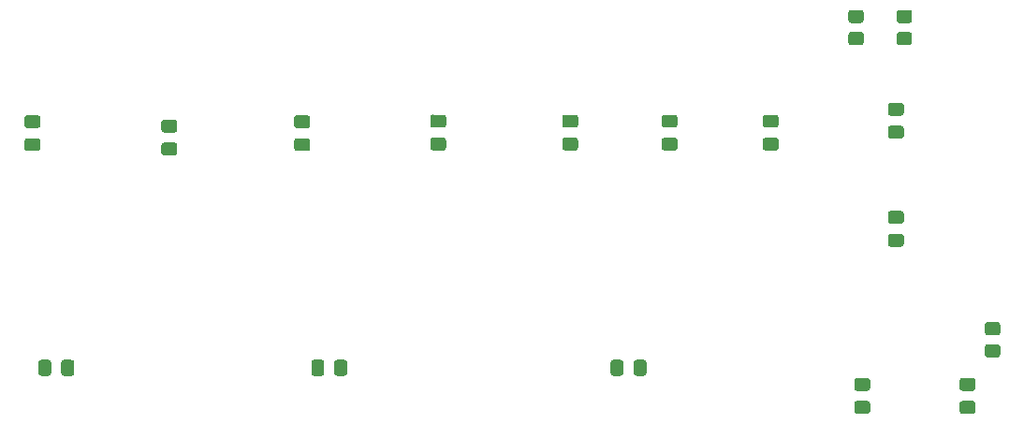
<source format=gbp>
G04 #@! TF.GenerationSoftware,KiCad,Pcbnew,(5.1.12-1-10_14)*
G04 #@! TF.CreationDate,2023-11-15T20:51:55-07:00*
G04 #@! TF.ProjectId,GenMemBlock,47656e4d-656d-4426-9c6f-636b2e6b6963,rev?*
G04 #@! TF.SameCoordinates,Original*
G04 #@! TF.FileFunction,Paste,Bot*
G04 #@! TF.FilePolarity,Positive*
%FSLAX46Y46*%
G04 Gerber Fmt 4.6, Leading zero omitted, Abs format (unit mm)*
G04 Created by KiCad (PCBNEW (5.1.12-1-10_14)) date 2023-11-15 20:51:55*
%MOMM*%
%LPD*%
G01*
G04 APERTURE LIST*
G04 APERTURE END LIST*
G36*
G01*
X115349000Y-84016000D02*
X116299000Y-84016000D01*
G75*
G02*
X116549000Y-84266000I0J-250000D01*
G01*
X116549000Y-84941000D01*
G75*
G02*
X116299000Y-85191000I-250000J0D01*
G01*
X115349000Y-85191000D01*
G75*
G02*
X115099000Y-84941000I0J250000D01*
G01*
X115099000Y-84266000D01*
G75*
G02*
X115349000Y-84016000I250000J0D01*
G01*
G37*
G36*
G01*
X115349000Y-81941000D02*
X116299000Y-81941000D01*
G75*
G02*
X116549000Y-82191000I0J-250000D01*
G01*
X116549000Y-82866000D01*
G75*
G02*
X116299000Y-83116000I-250000J0D01*
G01*
X115349000Y-83116000D01*
G75*
G02*
X115099000Y-82866000I0J250000D01*
G01*
X115099000Y-82191000D01*
G75*
G02*
X115349000Y-81941000I250000J0D01*
G01*
G37*
G36*
G01*
X121826000Y-108908000D02*
X122776000Y-108908000D01*
G75*
G02*
X123026000Y-109158000I0J-250000D01*
G01*
X123026000Y-109833000D01*
G75*
G02*
X122776000Y-110083000I-250000J0D01*
G01*
X121826000Y-110083000D01*
G75*
G02*
X121576000Y-109833000I0J250000D01*
G01*
X121576000Y-109158000D01*
G75*
G02*
X121826000Y-108908000I250000J0D01*
G01*
G37*
G36*
G01*
X121826000Y-106833000D02*
X122776000Y-106833000D01*
G75*
G02*
X123026000Y-107083000I0J-250000D01*
G01*
X123026000Y-107758000D01*
G75*
G02*
X122776000Y-108008000I-250000J0D01*
G01*
X121826000Y-108008000D01*
G75*
G02*
X121576000Y-107758000I0J250000D01*
G01*
X121576000Y-107083000D01*
G75*
G02*
X121826000Y-106833000I250000J0D01*
G01*
G37*
G36*
G01*
X115349000Y-93795000D02*
X116299000Y-93795000D01*
G75*
G02*
X116549000Y-94045000I0J-250000D01*
G01*
X116549000Y-94720000D01*
G75*
G02*
X116299000Y-94970000I-250000J0D01*
G01*
X115349000Y-94970000D01*
G75*
G02*
X115099000Y-94720000I0J250000D01*
G01*
X115099000Y-94045000D01*
G75*
G02*
X115349000Y-93795000I250000J0D01*
G01*
G37*
G36*
G01*
X115349000Y-91720000D02*
X116299000Y-91720000D01*
G75*
G02*
X116549000Y-91970000I0J-250000D01*
G01*
X116549000Y-92645000D01*
G75*
G02*
X116299000Y-92895000I-250000J0D01*
G01*
X115349000Y-92895000D01*
G75*
G02*
X115099000Y-92645000I0J250000D01*
G01*
X115099000Y-91970000D01*
G75*
G02*
X115349000Y-91720000I250000J0D01*
G01*
G37*
G36*
G01*
X112301000Y-108908000D02*
X113251000Y-108908000D01*
G75*
G02*
X113501000Y-109158000I0J-250000D01*
G01*
X113501000Y-109833000D01*
G75*
G02*
X113251000Y-110083000I-250000J0D01*
G01*
X112301000Y-110083000D01*
G75*
G02*
X112051000Y-109833000I0J250000D01*
G01*
X112051000Y-109158000D01*
G75*
G02*
X112301000Y-108908000I250000J0D01*
G01*
G37*
G36*
G01*
X112301000Y-106833000D02*
X113251000Y-106833000D01*
G75*
G02*
X113501000Y-107083000I0J-250000D01*
G01*
X113501000Y-107758000D01*
G75*
G02*
X113251000Y-108008000I-250000J0D01*
G01*
X112301000Y-108008000D01*
G75*
G02*
X112051000Y-107758000I0J250000D01*
G01*
X112051000Y-107083000D01*
G75*
G02*
X112301000Y-106833000I250000J0D01*
G01*
G37*
G36*
G01*
X124111599Y-103778000D02*
X125011601Y-103778000D01*
G75*
G02*
X125261600Y-104027999I0J-249999D01*
G01*
X125261600Y-104728001D01*
G75*
G02*
X125011601Y-104978000I-249999J0D01*
G01*
X124111599Y-104978000D01*
G75*
G02*
X123861600Y-104728001I0J249999D01*
G01*
X123861600Y-104027999D01*
G75*
G02*
X124111599Y-103778000I249999J0D01*
G01*
G37*
G36*
G01*
X124111599Y-101778000D02*
X125011601Y-101778000D01*
G75*
G02*
X125261600Y-102027999I0J-249999D01*
G01*
X125261600Y-102728001D01*
G75*
G02*
X125011601Y-102978000I-249999J0D01*
G01*
X124111599Y-102978000D01*
G75*
G02*
X123861600Y-102728001I0J249999D01*
G01*
X123861600Y-102027999D01*
G75*
G02*
X124111599Y-101778000I249999J0D01*
G01*
G37*
G36*
G01*
X38194000Y-84241000D02*
X37244000Y-84241000D01*
G75*
G02*
X36994000Y-83991000I0J250000D01*
G01*
X36994000Y-83316000D01*
G75*
G02*
X37244000Y-83066000I250000J0D01*
G01*
X38194000Y-83066000D01*
G75*
G02*
X38444000Y-83316000I0J-250000D01*
G01*
X38444000Y-83991000D01*
G75*
G02*
X38194000Y-84241000I-250000J0D01*
G01*
G37*
G36*
G01*
X38194000Y-86316000D02*
X37244000Y-86316000D01*
G75*
G02*
X36994000Y-86066000I0J250000D01*
G01*
X36994000Y-85391000D01*
G75*
G02*
X37244000Y-85141000I250000J0D01*
G01*
X38194000Y-85141000D01*
G75*
G02*
X38444000Y-85391000I0J-250000D01*
G01*
X38444000Y-86066000D01*
G75*
G02*
X38194000Y-86316000I-250000J0D01*
G01*
G37*
G36*
G01*
X74897000Y-84190200D02*
X73947000Y-84190200D01*
G75*
G02*
X73697000Y-83940200I0J250000D01*
G01*
X73697000Y-83265200D01*
G75*
G02*
X73947000Y-83015200I250000J0D01*
G01*
X74897000Y-83015200D01*
G75*
G02*
X75147000Y-83265200I0J-250000D01*
G01*
X75147000Y-83940200D01*
G75*
G02*
X74897000Y-84190200I-250000J0D01*
G01*
G37*
G36*
G01*
X74897000Y-86265200D02*
X73947000Y-86265200D01*
G75*
G02*
X73697000Y-86015200I0J250000D01*
G01*
X73697000Y-85340200D01*
G75*
G02*
X73947000Y-85090200I250000J0D01*
G01*
X74897000Y-85090200D01*
G75*
G02*
X75147000Y-85340200I0J-250000D01*
G01*
X75147000Y-86015200D01*
G75*
G02*
X74897000Y-86265200I-250000J0D01*
G01*
G37*
G36*
G01*
X94876600Y-85090200D02*
X95826600Y-85090200D01*
G75*
G02*
X96076600Y-85340200I0J-250000D01*
G01*
X96076600Y-86015200D01*
G75*
G02*
X95826600Y-86265200I-250000J0D01*
G01*
X94876600Y-86265200D01*
G75*
G02*
X94626600Y-86015200I0J250000D01*
G01*
X94626600Y-85340200D01*
G75*
G02*
X94876600Y-85090200I250000J0D01*
G01*
G37*
G36*
G01*
X94876600Y-83015200D02*
X95826600Y-83015200D01*
G75*
G02*
X96076600Y-83265200I0J-250000D01*
G01*
X96076600Y-83940200D01*
G75*
G02*
X95826600Y-84190200I-250000J0D01*
G01*
X94876600Y-84190200D01*
G75*
G02*
X94626600Y-83940200I0J250000D01*
G01*
X94626600Y-83265200D01*
G75*
G02*
X94876600Y-83015200I250000J0D01*
G01*
G37*
G36*
G01*
X92093200Y-106393000D02*
X92093200Y-105443000D01*
G75*
G02*
X92343200Y-105193000I250000J0D01*
G01*
X93018200Y-105193000D01*
G75*
G02*
X93268200Y-105443000I0J-250000D01*
G01*
X93268200Y-106393000D01*
G75*
G02*
X93018200Y-106643000I-250000J0D01*
G01*
X92343200Y-106643000D01*
G75*
G02*
X92093200Y-106393000I0J250000D01*
G01*
G37*
G36*
G01*
X90018200Y-106393000D02*
X90018200Y-105443000D01*
G75*
G02*
X90268200Y-105193000I250000J0D01*
G01*
X90943200Y-105193000D01*
G75*
G02*
X91193200Y-105443000I0J-250000D01*
G01*
X91193200Y-106393000D01*
G75*
G02*
X90943200Y-106643000I-250000J0D01*
G01*
X90268200Y-106643000D01*
G75*
G02*
X90018200Y-106393000I0J250000D01*
G01*
G37*
G36*
G01*
X40328000Y-106393000D02*
X40328000Y-105443000D01*
G75*
G02*
X40578000Y-105193000I250000J0D01*
G01*
X41253000Y-105193000D01*
G75*
G02*
X41503000Y-105443000I0J-250000D01*
G01*
X41503000Y-106393000D01*
G75*
G02*
X41253000Y-106643000I-250000J0D01*
G01*
X40578000Y-106643000D01*
G75*
G02*
X40328000Y-106393000I0J250000D01*
G01*
G37*
G36*
G01*
X38253000Y-106393000D02*
X38253000Y-105443000D01*
G75*
G02*
X38503000Y-105193000I250000J0D01*
G01*
X39178000Y-105193000D01*
G75*
G02*
X39428000Y-105443000I0J-250000D01*
G01*
X39428000Y-106393000D01*
G75*
G02*
X39178000Y-106643000I-250000J0D01*
G01*
X38503000Y-106643000D01*
G75*
G02*
X38253000Y-106393000I0J250000D01*
G01*
G37*
G36*
G01*
X65016800Y-106393000D02*
X65016800Y-105443000D01*
G75*
G02*
X65266800Y-105193000I250000J0D01*
G01*
X65941800Y-105193000D01*
G75*
G02*
X66191800Y-105443000I0J-250000D01*
G01*
X66191800Y-106393000D01*
G75*
G02*
X65941800Y-106643000I-250000J0D01*
G01*
X65266800Y-106643000D01*
G75*
G02*
X65016800Y-106393000I0J250000D01*
G01*
G37*
G36*
G01*
X62941800Y-106393000D02*
X62941800Y-105443000D01*
G75*
G02*
X63191800Y-105193000I250000J0D01*
G01*
X63866800Y-105193000D01*
G75*
G02*
X64116800Y-105443000I0J-250000D01*
G01*
X64116800Y-106393000D01*
G75*
G02*
X63866800Y-106643000I-250000J0D01*
G01*
X63191800Y-106643000D01*
G75*
G02*
X62941800Y-106393000I0J250000D01*
G01*
G37*
G36*
G01*
X85885000Y-85090200D02*
X86835000Y-85090200D01*
G75*
G02*
X87085000Y-85340200I0J-250000D01*
G01*
X87085000Y-86015200D01*
G75*
G02*
X86835000Y-86265200I-250000J0D01*
G01*
X85885000Y-86265200D01*
G75*
G02*
X85635000Y-86015200I0J250000D01*
G01*
X85635000Y-85340200D01*
G75*
G02*
X85885000Y-85090200I250000J0D01*
G01*
G37*
G36*
G01*
X85885000Y-83015200D02*
X86835000Y-83015200D01*
G75*
G02*
X87085000Y-83265200I0J-250000D01*
G01*
X87085000Y-83940200D01*
G75*
G02*
X86835000Y-84190200I-250000J0D01*
G01*
X85885000Y-84190200D01*
G75*
G02*
X85635000Y-83940200I0J250000D01*
G01*
X85635000Y-83265200D01*
G75*
G02*
X85885000Y-83015200I250000J0D01*
G01*
G37*
G36*
G01*
X104970600Y-84190200D02*
X104020600Y-84190200D01*
G75*
G02*
X103770600Y-83940200I0J250000D01*
G01*
X103770600Y-83265200D01*
G75*
G02*
X104020600Y-83015200I250000J0D01*
G01*
X104970600Y-83015200D01*
G75*
G02*
X105220600Y-83265200I0J-250000D01*
G01*
X105220600Y-83940200D01*
G75*
G02*
X104970600Y-84190200I-250000J0D01*
G01*
G37*
G36*
G01*
X104970600Y-86265200D02*
X104020600Y-86265200D01*
G75*
G02*
X103770600Y-86015200I0J250000D01*
G01*
X103770600Y-85340200D01*
G75*
G02*
X104020600Y-85090200I250000J0D01*
G01*
X104970600Y-85090200D01*
G75*
G02*
X105220600Y-85340200I0J-250000D01*
G01*
X105220600Y-86015200D01*
G75*
G02*
X104970600Y-86265200I-250000J0D01*
G01*
G37*
G36*
G01*
X50576500Y-84640000D02*
X49626500Y-84640000D01*
G75*
G02*
X49376500Y-84390000I0J250000D01*
G01*
X49376500Y-83715000D01*
G75*
G02*
X49626500Y-83465000I250000J0D01*
G01*
X50576500Y-83465000D01*
G75*
G02*
X50826500Y-83715000I0J-250000D01*
G01*
X50826500Y-84390000D01*
G75*
G02*
X50576500Y-84640000I-250000J0D01*
G01*
G37*
G36*
G01*
X50576500Y-86715000D02*
X49626500Y-86715000D01*
G75*
G02*
X49376500Y-86465000I0J250000D01*
G01*
X49376500Y-85790000D01*
G75*
G02*
X49626500Y-85540000I250000J0D01*
G01*
X50576500Y-85540000D01*
G75*
G02*
X50826500Y-85790000I0J-250000D01*
G01*
X50826500Y-86465000D01*
G75*
G02*
X50576500Y-86715000I-250000J0D01*
G01*
G37*
G36*
G01*
X62590700Y-84241000D02*
X61640700Y-84241000D01*
G75*
G02*
X61390700Y-83991000I0J250000D01*
G01*
X61390700Y-83316000D01*
G75*
G02*
X61640700Y-83066000I250000J0D01*
G01*
X62590700Y-83066000D01*
G75*
G02*
X62840700Y-83316000I0J-250000D01*
G01*
X62840700Y-83991000D01*
G75*
G02*
X62590700Y-84241000I-250000J0D01*
G01*
G37*
G36*
G01*
X62590700Y-86316000D02*
X61640700Y-86316000D01*
G75*
G02*
X61390700Y-86066000I0J250000D01*
G01*
X61390700Y-85391000D01*
G75*
G02*
X61640700Y-85141000I250000J0D01*
G01*
X62590700Y-85141000D01*
G75*
G02*
X62840700Y-85391000I0J-250000D01*
G01*
X62840700Y-86066000D01*
G75*
G02*
X62590700Y-86316000I-250000J0D01*
G01*
G37*
G36*
G01*
X112667201Y-74733200D02*
X111767199Y-74733200D01*
G75*
G02*
X111517200Y-74483201I0J249999D01*
G01*
X111517200Y-73783199D01*
G75*
G02*
X111767199Y-73533200I249999J0D01*
G01*
X112667201Y-73533200D01*
G75*
G02*
X112917200Y-73783199I0J-249999D01*
G01*
X112917200Y-74483201D01*
G75*
G02*
X112667201Y-74733200I-249999J0D01*
G01*
G37*
G36*
G01*
X112667201Y-76733200D02*
X111767199Y-76733200D01*
G75*
G02*
X111517200Y-76483201I0J249999D01*
G01*
X111517200Y-75783199D01*
G75*
G02*
X111767199Y-75533200I249999J0D01*
G01*
X112667201Y-75533200D01*
G75*
G02*
X112917200Y-75783199I0J-249999D01*
G01*
X112917200Y-76483201D01*
G75*
G02*
X112667201Y-76733200I-249999J0D01*
G01*
G37*
G36*
G01*
X117036001Y-74733200D02*
X116135999Y-74733200D01*
G75*
G02*
X115886000Y-74483201I0J249999D01*
G01*
X115886000Y-73783199D01*
G75*
G02*
X116135999Y-73533200I249999J0D01*
G01*
X117036001Y-73533200D01*
G75*
G02*
X117286000Y-73783199I0J-249999D01*
G01*
X117286000Y-74483201D01*
G75*
G02*
X117036001Y-74733200I-249999J0D01*
G01*
G37*
G36*
G01*
X117036001Y-76733200D02*
X116135999Y-76733200D01*
G75*
G02*
X115886000Y-76483201I0J249999D01*
G01*
X115886000Y-75783199D01*
G75*
G02*
X116135999Y-75533200I249999J0D01*
G01*
X117036001Y-75533200D01*
G75*
G02*
X117286000Y-75783199I0J-249999D01*
G01*
X117286000Y-76483201D01*
G75*
G02*
X117036001Y-76733200I-249999J0D01*
G01*
G37*
M02*

</source>
